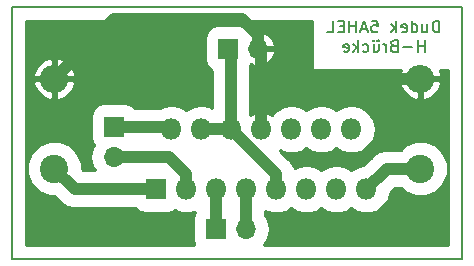
<source format=gbr>
G04 #@! TF.GenerationSoftware,KiCad,Pcbnew,(5.0.0)*
G04 #@! TF.CreationDate,2021-10-13T13:42:49+02:00*
G04 #@! TF.ProjectId,L298N,4C3239384E2E6B696361645F70636200,rev?*
G04 #@! TF.SameCoordinates,Original*
G04 #@! TF.FileFunction,Copper,L2,Bot,Signal*
G04 #@! TF.FilePolarity,Positive*
%FSLAX46Y46*%
G04 Gerber Fmt 4.6, Leading zero omitted, Abs format (unit mm)*
G04 Created by KiCad (PCBNEW (5.0.0)) date 10/13/21 13:42:49*
%MOMM*%
%LPD*%
G01*
G04 APERTURE LIST*
G04 #@! TA.AperFunction,NonConductor*
%ADD10C,0.150000*%
G04 #@! TD*
G04 #@! TA.AperFunction,ComponentPad*
%ADD11R,1.800000X1.800000*%
G04 #@! TD*
G04 #@! TA.AperFunction,ComponentPad*
%ADD12O,1.800000X1.800000*%
G04 #@! TD*
G04 #@! TA.AperFunction,ComponentPad*
%ADD13O,2.400000X2.400000*%
G04 #@! TD*
G04 #@! TA.AperFunction,ComponentPad*
%ADD14C,2.400000*%
G04 #@! TD*
G04 #@! TA.AperFunction,ComponentPad*
%ADD15R,1.700000X1.700000*%
G04 #@! TD*
G04 #@! TA.AperFunction,ComponentPad*
%ADD16O,1.700000X1.700000*%
G04 #@! TD*
G04 #@! TA.AperFunction,Conductor*
%ADD17C,1.000000*%
G04 #@! TD*
G04 #@! TA.AperFunction,Conductor*
%ADD18C,0.254000*%
G04 #@! TD*
G04 APERTURE END LIST*
D10*
X171798666Y-91067380D02*
X171798666Y-90067380D01*
X171560571Y-90067380D01*
X171417714Y-90115000D01*
X171322476Y-90210238D01*
X171274857Y-90305476D01*
X171227238Y-90495952D01*
X171227238Y-90638809D01*
X171274857Y-90829285D01*
X171322476Y-90924523D01*
X171417714Y-91019761D01*
X171560571Y-91067380D01*
X171798666Y-91067380D01*
X170370095Y-90400714D02*
X170370095Y-91067380D01*
X170798666Y-90400714D02*
X170798666Y-90924523D01*
X170751047Y-91019761D01*
X170655809Y-91067380D01*
X170512952Y-91067380D01*
X170417714Y-91019761D01*
X170370095Y-90972142D01*
X169465333Y-91067380D02*
X169465333Y-90067380D01*
X169465333Y-91019761D02*
X169560571Y-91067380D01*
X169751047Y-91067380D01*
X169846285Y-91019761D01*
X169893904Y-90972142D01*
X169941523Y-90876904D01*
X169941523Y-90591190D01*
X169893904Y-90495952D01*
X169846285Y-90448333D01*
X169751047Y-90400714D01*
X169560571Y-90400714D01*
X169465333Y-90448333D01*
X168608190Y-91019761D02*
X168703428Y-91067380D01*
X168893904Y-91067380D01*
X168989142Y-91019761D01*
X169036761Y-90924523D01*
X169036761Y-90543571D01*
X168989142Y-90448333D01*
X168893904Y-90400714D01*
X168703428Y-90400714D01*
X168608190Y-90448333D01*
X168560571Y-90543571D01*
X168560571Y-90638809D01*
X169036761Y-90734047D01*
X168132000Y-91067380D02*
X168132000Y-90067380D01*
X168036761Y-90686428D02*
X167751047Y-91067380D01*
X167751047Y-90400714D02*
X168132000Y-90781666D01*
X166084380Y-90067380D02*
X166560571Y-90067380D01*
X166608190Y-90543571D01*
X166560571Y-90495952D01*
X166465333Y-90448333D01*
X166227238Y-90448333D01*
X166132000Y-90495952D01*
X166084380Y-90543571D01*
X166036761Y-90638809D01*
X166036761Y-90876904D01*
X166084380Y-90972142D01*
X166132000Y-91019761D01*
X166227238Y-91067380D01*
X166465333Y-91067380D01*
X166560571Y-91019761D01*
X166608190Y-90972142D01*
X165655809Y-90781666D02*
X165179619Y-90781666D01*
X165751047Y-91067380D02*
X165417714Y-90067380D01*
X165084380Y-91067380D01*
X164751047Y-91067380D02*
X164751047Y-90067380D01*
X164751047Y-90543571D02*
X164179619Y-90543571D01*
X164179619Y-91067380D02*
X164179619Y-90067380D01*
X163703428Y-90543571D02*
X163370095Y-90543571D01*
X163227238Y-91067380D02*
X163703428Y-91067380D01*
X163703428Y-90067380D01*
X163227238Y-90067380D01*
X162322476Y-91067380D02*
X162798666Y-91067380D01*
X162798666Y-90067380D01*
X170560571Y-92717380D02*
X170560571Y-91717380D01*
X170560571Y-92193571D02*
X169989142Y-92193571D01*
X169989142Y-92717380D02*
X169989142Y-91717380D01*
X169512952Y-92336428D02*
X168751047Y-92336428D01*
X167941523Y-92193571D02*
X167798666Y-92241190D01*
X167751047Y-92288809D01*
X167703428Y-92384047D01*
X167703428Y-92526904D01*
X167751047Y-92622142D01*
X167798666Y-92669761D01*
X167893904Y-92717380D01*
X168274857Y-92717380D01*
X168274857Y-91717380D01*
X167941523Y-91717380D01*
X167846285Y-91765000D01*
X167798666Y-91812619D01*
X167751047Y-91907857D01*
X167751047Y-92003095D01*
X167798666Y-92098333D01*
X167846285Y-92145952D01*
X167941523Y-92193571D01*
X168274857Y-92193571D01*
X167274857Y-92717380D02*
X167274857Y-92050714D01*
X167274857Y-92241190D02*
X167227238Y-92145952D01*
X167179619Y-92098333D01*
X167084380Y-92050714D01*
X166989142Y-92050714D01*
X166227238Y-92050714D02*
X166227238Y-92717380D01*
X166655809Y-92050714D02*
X166655809Y-92574523D01*
X166608190Y-92669761D01*
X166512952Y-92717380D01*
X166370095Y-92717380D01*
X166274857Y-92669761D01*
X166227238Y-92622142D01*
X166608190Y-91717380D02*
X166560571Y-91765000D01*
X166608190Y-91812619D01*
X166655809Y-91765000D01*
X166608190Y-91717380D01*
X166608190Y-91812619D01*
X166227238Y-91717380D02*
X166179619Y-91765000D01*
X166227238Y-91812619D01*
X166274857Y-91765000D01*
X166227238Y-91717380D01*
X166227238Y-91812619D01*
X165322476Y-92669761D02*
X165417714Y-92717380D01*
X165608190Y-92717380D01*
X165703428Y-92669761D01*
X165751047Y-92622142D01*
X165798666Y-92526904D01*
X165798666Y-92241190D01*
X165751047Y-92145952D01*
X165703428Y-92098333D01*
X165608190Y-92050714D01*
X165417714Y-92050714D01*
X165322476Y-92098333D01*
X164893904Y-92717380D02*
X164893904Y-91717380D01*
X164798666Y-92336428D02*
X164512952Y-92717380D01*
X164512952Y-92050714D02*
X164893904Y-92431666D01*
X163703428Y-92669761D02*
X163798666Y-92717380D01*
X163989142Y-92717380D01*
X164084380Y-92669761D01*
X164132000Y-92574523D01*
X164132000Y-92193571D01*
X164084380Y-92098333D01*
X163989142Y-92050714D01*
X163798666Y-92050714D01*
X163703428Y-92098333D01*
X163655809Y-92193571D01*
X163655809Y-92288809D01*
X164132000Y-92384047D01*
X135636000Y-88900000D02*
X135636000Y-110236000D01*
X173736000Y-88900000D02*
X135636000Y-88900000D01*
X173736000Y-110236000D02*
X173736000Y-88900000D01*
X135636000Y-110236000D02*
X173736000Y-110236000D01*
D11*
G04 #@! TO.P,U1,1*
G04 #@! TO.N,Net-(R1-Pad1)*
X147828000Y-104343001D03*
D12*
G04 #@! TO.P,U1,2*
G04 #@! TO.N,Net-(M1-Pad1)*
X149098000Y-99263001D03*
G04 #@! TO.P,U1,3*
G04 #@! TO.N,Net-(M1-Pad2)*
X150368000Y-104343001D03*
G04 #@! TO.P,U1,4*
G04 #@! TO.N,+5V*
X151638000Y-99263001D03*
G04 #@! TO.P,U1,5*
G04 #@! TO.N,/ESP_IN1*
X152908000Y-104343001D03*
G04 #@! TO.P,U1,6*
G04 #@! TO.N,+5V*
X154178000Y-99263001D03*
G04 #@! TO.P,U1,7*
G04 #@! TO.N,/ESP_IN2*
X155448000Y-104343001D03*
G04 #@! TO.P,U1,8*
G04 #@! TO.N,GND*
X156718000Y-99263001D03*
G04 #@! TO.P,U1,9*
G04 #@! TO.N,+5V*
X157988000Y-104343001D03*
G04 #@! TO.P,U1,10*
G04 #@! TO.N,N/C*
X159258000Y-99263001D03*
G04 #@! TO.P,U1,11*
X160528000Y-104343001D03*
G04 #@! TO.P,U1,12*
X161798000Y-99263001D03*
G04 #@! TO.P,U1,13*
X163068000Y-104343001D03*
G04 #@! TO.P,U1,14*
X164338000Y-99263001D03*
G04 #@! TO.P,U1,15*
G04 #@! TO.N,Net-(R2-Pad1)*
X165608000Y-104343001D03*
G04 #@! TD*
D13*
G04 #@! TO.P,R2,2*
G04 #@! TO.N,GND*
X170180000Y-94996000D03*
D14*
G04 #@! TO.P,R2,1*
G04 #@! TO.N,Net-(R2-Pad1)*
X170180000Y-102616000D03*
G04 #@! TD*
D15*
G04 #@! TO.P,J1,1*
G04 #@! TO.N,+5V*
X153924000Y-92456000D03*
D16*
G04 #@! TO.P,J1,2*
G04 #@! TO.N,GND*
X156464000Y-92456000D03*
G04 #@! TD*
D15*
G04 #@! TO.P,M1,1*
G04 #@! TO.N,Net-(M1-Pad1)*
X144272000Y-99060000D03*
D16*
G04 #@! TO.P,M1,2*
G04 #@! TO.N,Net-(M1-Pad2)*
X144272000Y-101600000D03*
G04 #@! TD*
D14*
G04 #@! TO.P,R1,1*
G04 #@! TO.N,Net-(R1-Pad1)*
X139192000Y-102616000D03*
D13*
G04 #@! TO.P,R1,2*
G04 #@! TO.N,GND*
X139192000Y-94996000D03*
G04 #@! TD*
D15*
G04 #@! TO.P,J2,1*
G04 #@! TO.N,/ESP_IN1*
X152908000Y-107696000D03*
D16*
G04 #@! TO.P,J2,2*
G04 #@! TO.N,/ESP_IN2*
X155448000Y-107696000D03*
G04 #@! TD*
D17*
G04 #@! TO.N,Net-(R1-Pad1)*
X140919001Y-104343001D02*
X147828000Y-104343001D01*
X139192000Y-102616000D02*
X140919001Y-104343001D01*
G04 #@! TO.N,Net-(M1-Pad1)*
X148894999Y-99060000D02*
X149098000Y-99263001D01*
X144272000Y-99060000D02*
X148894999Y-99060000D01*
G04 #@! TO.N,Net-(M1-Pad2)*
X150368000Y-103070209D02*
X150368000Y-104343001D01*
X148897791Y-101600000D02*
X150368000Y-103070209D01*
X144272000Y-101600000D02*
X148897791Y-101600000D01*
G04 #@! TO.N,+5V*
X151638000Y-99263001D02*
X154178000Y-99263001D01*
X157988000Y-103070209D02*
X157025791Y-102108000D01*
X157988000Y-104343001D02*
X157988000Y-103070209D01*
X157022999Y-102108000D02*
X154178000Y-99263001D01*
X157025791Y-102108000D02*
X157022999Y-102108000D01*
X154178000Y-92710000D02*
X153924000Y-92456000D01*
X154178000Y-99263001D02*
X154178000Y-92710000D01*
G04 #@! TO.N,GND*
X139192000Y-94996000D02*
X144272000Y-89916000D01*
X156464000Y-91253919D02*
X156464000Y-92456000D01*
X155126081Y-89916000D02*
X156464000Y-91253919D01*
X144272000Y-89916000D02*
X155126081Y-89916000D01*
X156718000Y-92710000D02*
X156464000Y-92456000D01*
X170180000Y-94996000D02*
X168482944Y-94996000D01*
X157226000Y-94996000D02*
X156718000Y-94488000D01*
X156718000Y-94488000D02*
X156718000Y-92710000D01*
X156718000Y-94996000D02*
X156718000Y-94488000D01*
X157480000Y-94996000D02*
X156718000Y-94996000D01*
X168482944Y-94996000D02*
X157480000Y-94996000D01*
X157226000Y-94996000D02*
X156718000Y-95504000D01*
X157480000Y-94996000D02*
X157226000Y-94996000D01*
X156718000Y-99263001D02*
X156718000Y-95504000D01*
X156718000Y-95504000D02*
X156718000Y-94996000D01*
G04 #@! TO.N,Net-(R2-Pad1)*
X167335001Y-102616000D02*
X165608000Y-104343001D01*
X170180000Y-102616000D02*
X167335001Y-102616000D01*
G04 #@! TO.N,/ESP_IN1*
X152908000Y-107696000D02*
X152908000Y-104343001D01*
G04 #@! TO.N,/ESP_IN2*
X155448000Y-107696000D02*
X155448000Y-104343001D01*
G04 #@! TD*
D18*
G04 #@! TO.N,GND*
G36*
X161025238Y-94284500D02*
X168526601Y-94284500D01*
X168391797Y-94584193D01*
X168508142Y-94869000D01*
X170053000Y-94869000D01*
X170053000Y-94849000D01*
X170307000Y-94849000D01*
X170307000Y-94869000D01*
X171851858Y-94869000D01*
X171968203Y-94584193D01*
X171833399Y-94284500D01*
X172534001Y-94284500D01*
X172534000Y-109034000D01*
X156931694Y-109034000D01*
X157310293Y-108467387D01*
X157463731Y-107696000D01*
X157310293Y-106924613D01*
X157075000Y-106572473D01*
X157075000Y-106170806D01*
X157197104Y-106252393D01*
X157788359Y-106370001D01*
X158187641Y-106370001D01*
X158778896Y-106252393D01*
X159258000Y-105932266D01*
X159737104Y-106252393D01*
X160328359Y-106370001D01*
X160727641Y-106370001D01*
X161318896Y-106252393D01*
X161798000Y-105932266D01*
X162277104Y-106252393D01*
X162868359Y-106370001D01*
X163267641Y-106370001D01*
X163858896Y-106252393D01*
X164338000Y-105932266D01*
X164817104Y-106252393D01*
X165408359Y-106370001D01*
X165807641Y-106370001D01*
X166398896Y-106252393D01*
X167069385Y-105804386D01*
X167517392Y-105133897D01*
X167616555Y-104635370D01*
X168008926Y-104243000D01*
X168516124Y-104243000D01*
X168861860Y-104588736D01*
X169717131Y-104943000D01*
X170642869Y-104943000D01*
X171498140Y-104588736D01*
X172152736Y-103934140D01*
X172507000Y-103078869D01*
X172507000Y-102153131D01*
X172152736Y-101297860D01*
X171498140Y-100643264D01*
X170642869Y-100289000D01*
X169717131Y-100289000D01*
X168861860Y-100643264D01*
X168516124Y-100989000D01*
X167495238Y-100989000D01*
X167335000Y-100957127D01*
X167174762Y-100989000D01*
X167174759Y-100989000D01*
X166700177Y-101083400D01*
X166162000Y-101442999D01*
X166071229Y-101578847D01*
X165315631Y-102334446D01*
X164817104Y-102433609D01*
X164338000Y-102753736D01*
X163858896Y-102433609D01*
X163267641Y-102316001D01*
X162868359Y-102316001D01*
X162277104Y-102433609D01*
X161798000Y-102753736D01*
X161318896Y-102433609D01*
X160727641Y-102316001D01*
X160328359Y-102316001D01*
X159737104Y-102433609D01*
X159545688Y-102561509D01*
X159520600Y-102435385D01*
X159161001Y-101897208D01*
X159025150Y-101806435D01*
X158289565Y-101070850D01*
X158268941Y-101039985D01*
X158467104Y-101172393D01*
X159058359Y-101290001D01*
X159457641Y-101290001D01*
X160048896Y-101172393D01*
X160528000Y-100852266D01*
X161007104Y-101172393D01*
X161598359Y-101290001D01*
X161997641Y-101290001D01*
X162588896Y-101172393D01*
X163068000Y-100852266D01*
X163547104Y-101172393D01*
X164138359Y-101290001D01*
X164537641Y-101290001D01*
X165128896Y-101172393D01*
X165799385Y-100724386D01*
X166247392Y-100053897D01*
X166404711Y-99263001D01*
X166247392Y-98472105D01*
X165799385Y-97801616D01*
X165128896Y-97353609D01*
X164537641Y-97236001D01*
X164138359Y-97236001D01*
X163547104Y-97353609D01*
X163068000Y-97673736D01*
X162588896Y-97353609D01*
X161997641Y-97236001D01*
X161598359Y-97236001D01*
X161007104Y-97353609D01*
X160528000Y-97673736D01*
X160048896Y-97353609D01*
X159457641Y-97236001D01*
X159058359Y-97236001D01*
X158467104Y-97353609D01*
X157796615Y-97801616D01*
X157638158Y-98038764D01*
X157625576Y-98025035D01*
X157082742Y-97771955D01*
X156845000Y-97892004D01*
X156845000Y-99136001D01*
X156865000Y-99136001D01*
X156865000Y-99390001D01*
X156845000Y-99390001D01*
X156845000Y-99410001D01*
X156625925Y-99410001D01*
X156571000Y-99355077D01*
X156571000Y-99136001D01*
X156591000Y-99136001D01*
X156591000Y-97892004D01*
X156353258Y-97771955D01*
X155810424Y-98025035D01*
X155805000Y-98030953D01*
X155805000Y-95407807D01*
X168391797Y-95407807D01*
X168685508Y-96060776D01*
X169206742Y-96551642D01*
X169768195Y-96784195D01*
X170053000Y-96667432D01*
X170053000Y-95123000D01*
X170307000Y-95123000D01*
X170307000Y-96667432D01*
X170591805Y-96784195D01*
X171153258Y-96551642D01*
X171674492Y-96060776D01*
X171968203Y-95407807D01*
X171851858Y-95123000D01*
X170307000Y-95123000D01*
X170053000Y-95123000D01*
X168508142Y-95123000D01*
X168391797Y-95407807D01*
X155805000Y-95407807D01*
X155805000Y-93791546D01*
X155815048Y-93776508D01*
X156107110Y-93897476D01*
X156337000Y-93776155D01*
X156337000Y-92583000D01*
X156591000Y-92583000D01*
X156591000Y-93776155D01*
X156820890Y-93897476D01*
X157230924Y-93727645D01*
X157659183Y-93337358D01*
X157905486Y-92812892D01*
X157784819Y-92583000D01*
X156591000Y-92583000D01*
X156337000Y-92583000D01*
X156317000Y-92583000D01*
X156317000Y-92329000D01*
X156337000Y-92329000D01*
X156337000Y-91135845D01*
X156591000Y-91135845D01*
X156591000Y-92329000D01*
X157784819Y-92329000D01*
X157905486Y-92099108D01*
X157659183Y-91574642D01*
X157230924Y-91184355D01*
X156820890Y-91014524D01*
X156591000Y-91135845D01*
X156337000Y-91135845D01*
X156107110Y-91014524D01*
X155815048Y-91135492D01*
X155586522Y-90793478D01*
X155213733Y-90544389D01*
X154774000Y-90456921D01*
X153074000Y-90456921D01*
X152634267Y-90544389D01*
X152261478Y-90793478D01*
X152012389Y-91166267D01*
X151924921Y-91606000D01*
X151924921Y-93306000D01*
X152012389Y-93745733D01*
X152261478Y-94118522D01*
X152551001Y-94311974D01*
X152551000Y-97435197D01*
X152428896Y-97353609D01*
X151837641Y-97236001D01*
X151438359Y-97236001D01*
X150847104Y-97353609D01*
X150368000Y-97673736D01*
X149888896Y-97353609D01*
X149297641Y-97236001D01*
X148898359Y-97236001D01*
X148307104Y-97353609D01*
X148188287Y-97433000D01*
X145958257Y-97433000D01*
X145934522Y-97397478D01*
X145561733Y-97148389D01*
X145122000Y-97060921D01*
X143422000Y-97060921D01*
X142982267Y-97148389D01*
X142609478Y-97397478D01*
X142360389Y-97770267D01*
X142272921Y-98210000D01*
X142272921Y-99910000D01*
X142360389Y-100349733D01*
X142545037Y-100626078D01*
X142409707Y-100828613D01*
X142256269Y-101600000D01*
X142409707Y-102371387D01*
X142639971Y-102716001D01*
X141592926Y-102716001D01*
X141519000Y-102642075D01*
X141519000Y-102153131D01*
X141164736Y-101297860D01*
X140510140Y-100643264D01*
X139654869Y-100289000D01*
X138729131Y-100289000D01*
X137873860Y-100643264D01*
X137219264Y-101297860D01*
X136865000Y-102153131D01*
X136865000Y-103078869D01*
X137219264Y-103934140D01*
X137873860Y-104588736D01*
X138729131Y-104943000D01*
X139218075Y-104943000D01*
X139655229Y-105380154D01*
X139746000Y-105516002D01*
X140284177Y-105875601D01*
X140758759Y-105970001D01*
X140758762Y-105970001D01*
X140919000Y-106001874D01*
X141079238Y-105970001D01*
X146058334Y-105970001D01*
X146115478Y-106055523D01*
X146488267Y-106304612D01*
X146928000Y-106392080D01*
X148728000Y-106392080D01*
X149167733Y-106304612D01*
X149411495Y-106141736D01*
X149577104Y-106252393D01*
X150168359Y-106370001D01*
X150567641Y-106370001D01*
X151090054Y-106266086D01*
X150996389Y-106406267D01*
X150908921Y-106846000D01*
X150908921Y-108546000D01*
X150996389Y-108985733D01*
X151028640Y-109034000D01*
X136838000Y-109034000D01*
X136838000Y-95407807D01*
X137403797Y-95407807D01*
X137697508Y-96060776D01*
X138218742Y-96551642D01*
X138780195Y-96784195D01*
X139065000Y-96667432D01*
X139065000Y-95123000D01*
X139319000Y-95123000D01*
X139319000Y-96667432D01*
X139603805Y-96784195D01*
X140165258Y-96551642D01*
X140686492Y-96060776D01*
X140980203Y-95407807D01*
X140863858Y-95123000D01*
X139319000Y-95123000D01*
X139065000Y-95123000D01*
X137520142Y-95123000D01*
X137403797Y-95407807D01*
X136838000Y-95407807D01*
X136838000Y-94584193D01*
X137403797Y-94584193D01*
X137520142Y-94869000D01*
X139065000Y-94869000D01*
X139065000Y-93324568D01*
X139319000Y-93324568D01*
X139319000Y-94869000D01*
X140863858Y-94869000D01*
X140980203Y-94584193D01*
X140686492Y-93931224D01*
X140165258Y-93440358D01*
X139603805Y-93207805D01*
X139319000Y-93324568D01*
X139065000Y-93324568D01*
X138780195Y-93207805D01*
X138218742Y-93440358D01*
X137697508Y-93931224D01*
X137403797Y-94584193D01*
X136838000Y-94584193D01*
X136838000Y-90102000D01*
X161025238Y-90102000D01*
X161025238Y-94284500D01*
X161025238Y-94284500D01*
G37*
X161025238Y-94284500D02*
X168526601Y-94284500D01*
X168391797Y-94584193D01*
X168508142Y-94869000D01*
X170053000Y-94869000D01*
X170053000Y-94849000D01*
X170307000Y-94849000D01*
X170307000Y-94869000D01*
X171851858Y-94869000D01*
X171968203Y-94584193D01*
X171833399Y-94284500D01*
X172534001Y-94284500D01*
X172534000Y-109034000D01*
X156931694Y-109034000D01*
X157310293Y-108467387D01*
X157463731Y-107696000D01*
X157310293Y-106924613D01*
X157075000Y-106572473D01*
X157075000Y-106170806D01*
X157197104Y-106252393D01*
X157788359Y-106370001D01*
X158187641Y-106370001D01*
X158778896Y-106252393D01*
X159258000Y-105932266D01*
X159737104Y-106252393D01*
X160328359Y-106370001D01*
X160727641Y-106370001D01*
X161318896Y-106252393D01*
X161798000Y-105932266D01*
X162277104Y-106252393D01*
X162868359Y-106370001D01*
X163267641Y-106370001D01*
X163858896Y-106252393D01*
X164338000Y-105932266D01*
X164817104Y-106252393D01*
X165408359Y-106370001D01*
X165807641Y-106370001D01*
X166398896Y-106252393D01*
X167069385Y-105804386D01*
X167517392Y-105133897D01*
X167616555Y-104635370D01*
X168008926Y-104243000D01*
X168516124Y-104243000D01*
X168861860Y-104588736D01*
X169717131Y-104943000D01*
X170642869Y-104943000D01*
X171498140Y-104588736D01*
X172152736Y-103934140D01*
X172507000Y-103078869D01*
X172507000Y-102153131D01*
X172152736Y-101297860D01*
X171498140Y-100643264D01*
X170642869Y-100289000D01*
X169717131Y-100289000D01*
X168861860Y-100643264D01*
X168516124Y-100989000D01*
X167495238Y-100989000D01*
X167335000Y-100957127D01*
X167174762Y-100989000D01*
X167174759Y-100989000D01*
X166700177Y-101083400D01*
X166162000Y-101442999D01*
X166071229Y-101578847D01*
X165315631Y-102334446D01*
X164817104Y-102433609D01*
X164338000Y-102753736D01*
X163858896Y-102433609D01*
X163267641Y-102316001D01*
X162868359Y-102316001D01*
X162277104Y-102433609D01*
X161798000Y-102753736D01*
X161318896Y-102433609D01*
X160727641Y-102316001D01*
X160328359Y-102316001D01*
X159737104Y-102433609D01*
X159545688Y-102561509D01*
X159520600Y-102435385D01*
X159161001Y-101897208D01*
X159025150Y-101806435D01*
X158289565Y-101070850D01*
X158268941Y-101039985D01*
X158467104Y-101172393D01*
X159058359Y-101290001D01*
X159457641Y-101290001D01*
X160048896Y-101172393D01*
X160528000Y-100852266D01*
X161007104Y-101172393D01*
X161598359Y-101290001D01*
X161997641Y-101290001D01*
X162588896Y-101172393D01*
X163068000Y-100852266D01*
X163547104Y-101172393D01*
X164138359Y-101290001D01*
X164537641Y-101290001D01*
X165128896Y-101172393D01*
X165799385Y-100724386D01*
X166247392Y-100053897D01*
X166404711Y-99263001D01*
X166247392Y-98472105D01*
X165799385Y-97801616D01*
X165128896Y-97353609D01*
X164537641Y-97236001D01*
X164138359Y-97236001D01*
X163547104Y-97353609D01*
X163068000Y-97673736D01*
X162588896Y-97353609D01*
X161997641Y-97236001D01*
X161598359Y-97236001D01*
X161007104Y-97353609D01*
X160528000Y-97673736D01*
X160048896Y-97353609D01*
X159457641Y-97236001D01*
X159058359Y-97236001D01*
X158467104Y-97353609D01*
X157796615Y-97801616D01*
X157638158Y-98038764D01*
X157625576Y-98025035D01*
X157082742Y-97771955D01*
X156845000Y-97892004D01*
X156845000Y-99136001D01*
X156865000Y-99136001D01*
X156865000Y-99390001D01*
X156845000Y-99390001D01*
X156845000Y-99410001D01*
X156625925Y-99410001D01*
X156571000Y-99355077D01*
X156571000Y-99136001D01*
X156591000Y-99136001D01*
X156591000Y-97892004D01*
X156353258Y-97771955D01*
X155810424Y-98025035D01*
X155805000Y-98030953D01*
X155805000Y-95407807D01*
X168391797Y-95407807D01*
X168685508Y-96060776D01*
X169206742Y-96551642D01*
X169768195Y-96784195D01*
X170053000Y-96667432D01*
X170053000Y-95123000D01*
X170307000Y-95123000D01*
X170307000Y-96667432D01*
X170591805Y-96784195D01*
X171153258Y-96551642D01*
X171674492Y-96060776D01*
X171968203Y-95407807D01*
X171851858Y-95123000D01*
X170307000Y-95123000D01*
X170053000Y-95123000D01*
X168508142Y-95123000D01*
X168391797Y-95407807D01*
X155805000Y-95407807D01*
X155805000Y-93791546D01*
X155815048Y-93776508D01*
X156107110Y-93897476D01*
X156337000Y-93776155D01*
X156337000Y-92583000D01*
X156591000Y-92583000D01*
X156591000Y-93776155D01*
X156820890Y-93897476D01*
X157230924Y-93727645D01*
X157659183Y-93337358D01*
X157905486Y-92812892D01*
X157784819Y-92583000D01*
X156591000Y-92583000D01*
X156337000Y-92583000D01*
X156317000Y-92583000D01*
X156317000Y-92329000D01*
X156337000Y-92329000D01*
X156337000Y-91135845D01*
X156591000Y-91135845D01*
X156591000Y-92329000D01*
X157784819Y-92329000D01*
X157905486Y-92099108D01*
X157659183Y-91574642D01*
X157230924Y-91184355D01*
X156820890Y-91014524D01*
X156591000Y-91135845D01*
X156337000Y-91135845D01*
X156107110Y-91014524D01*
X155815048Y-91135492D01*
X155586522Y-90793478D01*
X155213733Y-90544389D01*
X154774000Y-90456921D01*
X153074000Y-90456921D01*
X152634267Y-90544389D01*
X152261478Y-90793478D01*
X152012389Y-91166267D01*
X151924921Y-91606000D01*
X151924921Y-93306000D01*
X152012389Y-93745733D01*
X152261478Y-94118522D01*
X152551001Y-94311974D01*
X152551000Y-97435197D01*
X152428896Y-97353609D01*
X151837641Y-97236001D01*
X151438359Y-97236001D01*
X150847104Y-97353609D01*
X150368000Y-97673736D01*
X149888896Y-97353609D01*
X149297641Y-97236001D01*
X148898359Y-97236001D01*
X148307104Y-97353609D01*
X148188287Y-97433000D01*
X145958257Y-97433000D01*
X145934522Y-97397478D01*
X145561733Y-97148389D01*
X145122000Y-97060921D01*
X143422000Y-97060921D01*
X142982267Y-97148389D01*
X142609478Y-97397478D01*
X142360389Y-97770267D01*
X142272921Y-98210000D01*
X142272921Y-99910000D01*
X142360389Y-100349733D01*
X142545037Y-100626078D01*
X142409707Y-100828613D01*
X142256269Y-101600000D01*
X142409707Y-102371387D01*
X142639971Y-102716001D01*
X141592926Y-102716001D01*
X141519000Y-102642075D01*
X141519000Y-102153131D01*
X141164736Y-101297860D01*
X140510140Y-100643264D01*
X139654869Y-100289000D01*
X138729131Y-100289000D01*
X137873860Y-100643264D01*
X137219264Y-101297860D01*
X136865000Y-102153131D01*
X136865000Y-103078869D01*
X137219264Y-103934140D01*
X137873860Y-104588736D01*
X138729131Y-104943000D01*
X139218075Y-104943000D01*
X139655229Y-105380154D01*
X139746000Y-105516002D01*
X140284177Y-105875601D01*
X140758759Y-105970001D01*
X140758762Y-105970001D01*
X140919000Y-106001874D01*
X141079238Y-105970001D01*
X146058334Y-105970001D01*
X146115478Y-106055523D01*
X146488267Y-106304612D01*
X146928000Y-106392080D01*
X148728000Y-106392080D01*
X149167733Y-106304612D01*
X149411495Y-106141736D01*
X149577104Y-106252393D01*
X150168359Y-106370001D01*
X150567641Y-106370001D01*
X151090054Y-106266086D01*
X150996389Y-106406267D01*
X150908921Y-106846000D01*
X150908921Y-108546000D01*
X150996389Y-108985733D01*
X151028640Y-109034000D01*
X136838000Y-109034000D01*
X136838000Y-95407807D01*
X137403797Y-95407807D01*
X137697508Y-96060776D01*
X138218742Y-96551642D01*
X138780195Y-96784195D01*
X139065000Y-96667432D01*
X139065000Y-95123000D01*
X139319000Y-95123000D01*
X139319000Y-96667432D01*
X139603805Y-96784195D01*
X140165258Y-96551642D01*
X140686492Y-96060776D01*
X140980203Y-95407807D01*
X140863858Y-95123000D01*
X139319000Y-95123000D01*
X139065000Y-95123000D01*
X137520142Y-95123000D01*
X137403797Y-95407807D01*
X136838000Y-95407807D01*
X136838000Y-94584193D01*
X137403797Y-94584193D01*
X137520142Y-94869000D01*
X139065000Y-94869000D01*
X139065000Y-93324568D01*
X139319000Y-93324568D01*
X139319000Y-94869000D01*
X140863858Y-94869000D01*
X140980203Y-94584193D01*
X140686492Y-93931224D01*
X140165258Y-93440358D01*
X139603805Y-93207805D01*
X139319000Y-93324568D01*
X139065000Y-93324568D01*
X138780195Y-93207805D01*
X138218742Y-93440358D01*
X137697508Y-93931224D01*
X137403797Y-94584193D01*
X136838000Y-94584193D01*
X136838000Y-90102000D01*
X161025238Y-90102000D01*
X161025238Y-94284500D01*
G04 #@! TD*
M02*

</source>
